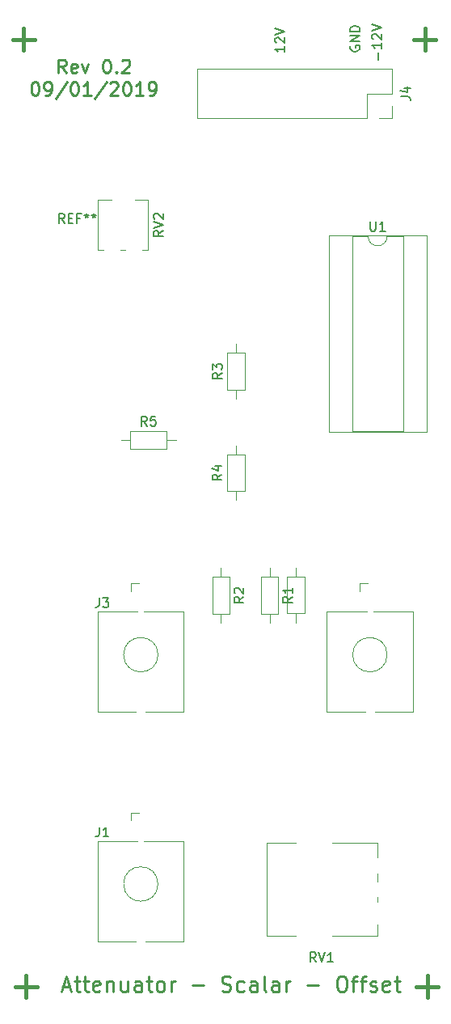
<source format=gbr>
G04 #@! TF.GenerationSoftware,KiCad,Pcbnew,(5.1.4-0)*
G04 #@! TF.CreationDate,2019-09-06T00:12:38-05:00*
G04 #@! TF.ProjectId,attenuverter,61747465-6e75-4766-9572-7465722e6b69,rev?*
G04 #@! TF.SameCoordinates,Original*
G04 #@! TF.FileFunction,Legend,Top*
G04 #@! TF.FilePolarity,Positive*
%FSLAX46Y46*%
G04 Gerber Fmt 4.6, Leading zero omitted, Abs format (unit mm)*
G04 Created by KiCad (PCBNEW (5.1.4-0)) date 2019-09-06 00:12:38*
%MOMM*%
%LPD*%
G04 APERTURE LIST*
%ADD10C,0.450000*%
%ADD11C,0.250000*%
%ADD12C,0.150000*%
%ADD13C,0.120000*%
G04 APERTURE END LIST*
D10*
X98603142Y-51087285D02*
X100888857Y-51087285D01*
X99746000Y-52230142D02*
X99746000Y-49944428D01*
D11*
X104161000Y-54576333D02*
X103694333Y-53909666D01*
X103361000Y-54576333D02*
X103361000Y-53176333D01*
X103894333Y-53176333D01*
X104027666Y-53243000D01*
X104094333Y-53309666D01*
X104161000Y-53443000D01*
X104161000Y-53643000D01*
X104094333Y-53776333D01*
X104027666Y-53843000D01*
X103894333Y-53909666D01*
X103361000Y-53909666D01*
X105294333Y-54509666D02*
X105161000Y-54576333D01*
X104894333Y-54576333D01*
X104761000Y-54509666D01*
X104694333Y-54376333D01*
X104694333Y-53843000D01*
X104761000Y-53709666D01*
X104894333Y-53643000D01*
X105161000Y-53643000D01*
X105294333Y-53709666D01*
X105361000Y-53843000D01*
X105361000Y-53976333D01*
X104694333Y-54109666D01*
X105827666Y-53643000D02*
X106161000Y-54576333D01*
X106494333Y-53643000D01*
X108361000Y-53176333D02*
X108494333Y-53176333D01*
X108627666Y-53243000D01*
X108694333Y-53309666D01*
X108761000Y-53443000D01*
X108827666Y-53709666D01*
X108827666Y-54043000D01*
X108761000Y-54309666D01*
X108694333Y-54443000D01*
X108627666Y-54509666D01*
X108494333Y-54576333D01*
X108361000Y-54576333D01*
X108227666Y-54509666D01*
X108161000Y-54443000D01*
X108094333Y-54309666D01*
X108027666Y-54043000D01*
X108027666Y-53709666D01*
X108094333Y-53443000D01*
X108161000Y-53309666D01*
X108227666Y-53243000D01*
X108361000Y-53176333D01*
X109427666Y-54443000D02*
X109494333Y-54509666D01*
X109427666Y-54576333D01*
X109361000Y-54509666D01*
X109427666Y-54443000D01*
X109427666Y-54576333D01*
X110027666Y-53309666D02*
X110094333Y-53243000D01*
X110227666Y-53176333D01*
X110561000Y-53176333D01*
X110694333Y-53243000D01*
X110761000Y-53309666D01*
X110827666Y-53443000D01*
X110827666Y-53576333D01*
X110761000Y-53776333D01*
X109961000Y-54576333D01*
X110827666Y-54576333D01*
X100861000Y-55526333D02*
X100994333Y-55526333D01*
X101127666Y-55593000D01*
X101194333Y-55659666D01*
X101261000Y-55793000D01*
X101327666Y-56059666D01*
X101327666Y-56393000D01*
X101261000Y-56659666D01*
X101194333Y-56793000D01*
X101127666Y-56859666D01*
X100994333Y-56926333D01*
X100861000Y-56926333D01*
X100727666Y-56859666D01*
X100661000Y-56793000D01*
X100594333Y-56659666D01*
X100527666Y-56393000D01*
X100527666Y-56059666D01*
X100594333Y-55793000D01*
X100661000Y-55659666D01*
X100727666Y-55593000D01*
X100861000Y-55526333D01*
X101994333Y-56926333D02*
X102261000Y-56926333D01*
X102394333Y-56859666D01*
X102461000Y-56793000D01*
X102594333Y-56593000D01*
X102661000Y-56326333D01*
X102661000Y-55793000D01*
X102594333Y-55659666D01*
X102527666Y-55593000D01*
X102394333Y-55526333D01*
X102127666Y-55526333D01*
X101994333Y-55593000D01*
X101927666Y-55659666D01*
X101861000Y-55793000D01*
X101861000Y-56126333D01*
X101927666Y-56259666D01*
X101994333Y-56326333D01*
X102127666Y-56393000D01*
X102394333Y-56393000D01*
X102527666Y-56326333D01*
X102594333Y-56259666D01*
X102661000Y-56126333D01*
X104261000Y-55459666D02*
X103061000Y-57259666D01*
X104994333Y-55526333D02*
X105127666Y-55526333D01*
X105261000Y-55593000D01*
X105327666Y-55659666D01*
X105394333Y-55793000D01*
X105461000Y-56059666D01*
X105461000Y-56393000D01*
X105394333Y-56659666D01*
X105327666Y-56793000D01*
X105261000Y-56859666D01*
X105127666Y-56926333D01*
X104994333Y-56926333D01*
X104861000Y-56859666D01*
X104794333Y-56793000D01*
X104727666Y-56659666D01*
X104661000Y-56393000D01*
X104661000Y-56059666D01*
X104727666Y-55793000D01*
X104794333Y-55659666D01*
X104861000Y-55593000D01*
X104994333Y-55526333D01*
X106794333Y-56926333D02*
X105994333Y-56926333D01*
X106394333Y-56926333D02*
X106394333Y-55526333D01*
X106261000Y-55726333D01*
X106127666Y-55859666D01*
X105994333Y-55926333D01*
X108394333Y-55459666D02*
X107194333Y-57259666D01*
X108794333Y-55659666D02*
X108861000Y-55593000D01*
X108994333Y-55526333D01*
X109327666Y-55526333D01*
X109461000Y-55593000D01*
X109527666Y-55659666D01*
X109594333Y-55793000D01*
X109594333Y-55926333D01*
X109527666Y-56126333D01*
X108727666Y-56926333D01*
X109594333Y-56926333D01*
X110461000Y-55526333D02*
X110594333Y-55526333D01*
X110727666Y-55593000D01*
X110794333Y-55659666D01*
X110861000Y-55793000D01*
X110927666Y-56059666D01*
X110927666Y-56393000D01*
X110861000Y-56659666D01*
X110794333Y-56793000D01*
X110727666Y-56859666D01*
X110594333Y-56926333D01*
X110461000Y-56926333D01*
X110327666Y-56859666D01*
X110261000Y-56793000D01*
X110194333Y-56659666D01*
X110127666Y-56393000D01*
X110127666Y-56059666D01*
X110194333Y-55793000D01*
X110261000Y-55659666D01*
X110327666Y-55593000D01*
X110461000Y-55526333D01*
X112261000Y-56926333D02*
X111461000Y-56926333D01*
X111861000Y-56926333D02*
X111861000Y-55526333D01*
X111727666Y-55726333D01*
X111594333Y-55859666D01*
X111461000Y-55926333D01*
X112927666Y-56926333D02*
X113194333Y-56926333D01*
X113327666Y-56859666D01*
X113394333Y-56793000D01*
X113527666Y-56593000D01*
X113594333Y-56326333D01*
X113594333Y-55793000D01*
X113527666Y-55659666D01*
X113461000Y-55593000D01*
X113327666Y-55526333D01*
X113061000Y-55526333D01*
X112927666Y-55593000D01*
X112861000Y-55659666D01*
X112794333Y-55793000D01*
X112794333Y-56126333D01*
X112861000Y-56259666D01*
X112927666Y-56326333D01*
X113061000Y-56393000D01*
X113327666Y-56393000D01*
X113461000Y-56326333D01*
X113527666Y-56259666D01*
X113594333Y-56126333D01*
D12*
X136850428Y-53196904D02*
X136850428Y-52435000D01*
X137231380Y-51435000D02*
X137231380Y-52006428D01*
X137231380Y-51720714D02*
X136231380Y-51720714D01*
X136374238Y-51815952D01*
X136469476Y-51911190D01*
X136517095Y-52006428D01*
X136326619Y-51054047D02*
X136279000Y-51006428D01*
X136231380Y-50911190D01*
X136231380Y-50673095D01*
X136279000Y-50577857D01*
X136326619Y-50530238D01*
X136421857Y-50482619D01*
X136517095Y-50482619D01*
X136659952Y-50530238D01*
X137231380Y-51101666D01*
X137231380Y-50482619D01*
X136231380Y-50196904D02*
X137231380Y-49863571D01*
X136231380Y-49530238D01*
X133992000Y-51761904D02*
X133944380Y-51857142D01*
X133944380Y-52000000D01*
X133992000Y-52142857D01*
X134087238Y-52238095D01*
X134182476Y-52285714D01*
X134372952Y-52333333D01*
X134515809Y-52333333D01*
X134706285Y-52285714D01*
X134801523Y-52238095D01*
X134896761Y-52142857D01*
X134944380Y-52000000D01*
X134944380Y-51904761D01*
X134896761Y-51761904D01*
X134849142Y-51714285D01*
X134515809Y-51714285D01*
X134515809Y-51904761D01*
X134944380Y-51285714D02*
X133944380Y-51285714D01*
X134944380Y-50714285D01*
X133944380Y-50714285D01*
X134944380Y-50238095D02*
X133944380Y-50238095D01*
X133944380Y-50000000D01*
X133992000Y-49857142D01*
X134087238Y-49761904D01*
X134182476Y-49714285D01*
X134372952Y-49666666D01*
X134515809Y-49666666D01*
X134706285Y-49714285D01*
X134801523Y-49761904D01*
X134896761Y-49857142D01*
X134944380Y-50000000D01*
X134944380Y-50238095D01*
X127071380Y-51800095D02*
X127071380Y-52371523D01*
X127071380Y-52085809D02*
X126071380Y-52085809D01*
X126214238Y-52181047D01*
X126309476Y-52276285D01*
X126357095Y-52371523D01*
X126166619Y-51419142D02*
X126119000Y-51371523D01*
X126071380Y-51276285D01*
X126071380Y-51038190D01*
X126119000Y-50942952D01*
X126166619Y-50895333D01*
X126261857Y-50847714D01*
X126357095Y-50847714D01*
X126499952Y-50895333D01*
X127071380Y-51466761D01*
X127071380Y-50847714D01*
X126071380Y-50562000D02*
X127071380Y-50228666D01*
X126071380Y-49895333D01*
D10*
X140603142Y-51087285D02*
X142888857Y-51087285D01*
X141746000Y-52230142D02*
X141746000Y-49944428D01*
X98857142Y-150214285D02*
X101142857Y-150214285D01*
X100000000Y-151357142D02*
X100000000Y-149071428D01*
X140857142Y-150214285D02*
X143142857Y-150214285D01*
X142000000Y-151357142D02*
X142000000Y-149071428D01*
D11*
X103812000Y-150253666D02*
X104573904Y-150253666D01*
X103659619Y-150710809D02*
X104192952Y-149110809D01*
X104726285Y-150710809D01*
X105031047Y-149644142D02*
X105640571Y-149644142D01*
X105259619Y-149110809D02*
X105259619Y-150482238D01*
X105335809Y-150634619D01*
X105488190Y-150710809D01*
X105640571Y-150710809D01*
X105945333Y-149644142D02*
X106554857Y-149644142D01*
X106173904Y-149110809D02*
X106173904Y-150482238D01*
X106250095Y-150634619D01*
X106402476Y-150710809D01*
X106554857Y-150710809D01*
X107697714Y-150634619D02*
X107545333Y-150710809D01*
X107240571Y-150710809D01*
X107088190Y-150634619D01*
X107012000Y-150482238D01*
X107012000Y-149872714D01*
X107088190Y-149720333D01*
X107240571Y-149644142D01*
X107545333Y-149644142D01*
X107697714Y-149720333D01*
X107773904Y-149872714D01*
X107773904Y-150025095D01*
X107012000Y-150177476D01*
X108459619Y-149644142D02*
X108459619Y-150710809D01*
X108459619Y-149796523D02*
X108535809Y-149720333D01*
X108688190Y-149644142D01*
X108916761Y-149644142D01*
X109069142Y-149720333D01*
X109145333Y-149872714D01*
X109145333Y-150710809D01*
X110592952Y-149644142D02*
X110592952Y-150710809D01*
X109907238Y-149644142D02*
X109907238Y-150482238D01*
X109983428Y-150634619D01*
X110135809Y-150710809D01*
X110364380Y-150710809D01*
X110516761Y-150634619D01*
X110592952Y-150558428D01*
X112040571Y-150710809D02*
X112040571Y-149872714D01*
X111964380Y-149720333D01*
X111812000Y-149644142D01*
X111507238Y-149644142D01*
X111354857Y-149720333D01*
X112040571Y-150634619D02*
X111888190Y-150710809D01*
X111507238Y-150710809D01*
X111354857Y-150634619D01*
X111278666Y-150482238D01*
X111278666Y-150329857D01*
X111354857Y-150177476D01*
X111507238Y-150101285D01*
X111888190Y-150101285D01*
X112040571Y-150025095D01*
X112573904Y-149644142D02*
X113183428Y-149644142D01*
X112802476Y-149110809D02*
X112802476Y-150482238D01*
X112878666Y-150634619D01*
X113031047Y-150710809D01*
X113183428Y-150710809D01*
X113945333Y-150710809D02*
X113792952Y-150634619D01*
X113716761Y-150558428D01*
X113640571Y-150406047D01*
X113640571Y-149948904D01*
X113716761Y-149796523D01*
X113792952Y-149720333D01*
X113945333Y-149644142D01*
X114173904Y-149644142D01*
X114326285Y-149720333D01*
X114402476Y-149796523D01*
X114478666Y-149948904D01*
X114478666Y-150406047D01*
X114402476Y-150558428D01*
X114326285Y-150634619D01*
X114173904Y-150710809D01*
X113945333Y-150710809D01*
X115164380Y-150710809D02*
X115164380Y-149644142D01*
X115164380Y-149948904D02*
X115240571Y-149796523D01*
X115316761Y-149720333D01*
X115469142Y-149644142D01*
X115621523Y-149644142D01*
X117373904Y-150101285D02*
X118592952Y-150101285D01*
X120497714Y-150634619D02*
X120726285Y-150710809D01*
X121107238Y-150710809D01*
X121259619Y-150634619D01*
X121335809Y-150558428D01*
X121412000Y-150406047D01*
X121412000Y-150253666D01*
X121335809Y-150101285D01*
X121259619Y-150025095D01*
X121107238Y-149948904D01*
X120802476Y-149872714D01*
X120650095Y-149796523D01*
X120573904Y-149720333D01*
X120497714Y-149567952D01*
X120497714Y-149415571D01*
X120573904Y-149263190D01*
X120650095Y-149187000D01*
X120802476Y-149110809D01*
X121183428Y-149110809D01*
X121412000Y-149187000D01*
X122783428Y-150634619D02*
X122631047Y-150710809D01*
X122326285Y-150710809D01*
X122173904Y-150634619D01*
X122097714Y-150558428D01*
X122021523Y-150406047D01*
X122021523Y-149948904D01*
X122097714Y-149796523D01*
X122173904Y-149720333D01*
X122326285Y-149644142D01*
X122631047Y-149644142D01*
X122783428Y-149720333D01*
X124154857Y-150710809D02*
X124154857Y-149872714D01*
X124078666Y-149720333D01*
X123926285Y-149644142D01*
X123621523Y-149644142D01*
X123469142Y-149720333D01*
X124154857Y-150634619D02*
X124002476Y-150710809D01*
X123621523Y-150710809D01*
X123469142Y-150634619D01*
X123392952Y-150482238D01*
X123392952Y-150329857D01*
X123469142Y-150177476D01*
X123621523Y-150101285D01*
X124002476Y-150101285D01*
X124154857Y-150025095D01*
X125145333Y-150710809D02*
X124992952Y-150634619D01*
X124916761Y-150482238D01*
X124916761Y-149110809D01*
X126440571Y-150710809D02*
X126440571Y-149872714D01*
X126364380Y-149720333D01*
X126212000Y-149644142D01*
X125907238Y-149644142D01*
X125754857Y-149720333D01*
X126440571Y-150634619D02*
X126288190Y-150710809D01*
X125907238Y-150710809D01*
X125754857Y-150634619D01*
X125678666Y-150482238D01*
X125678666Y-150329857D01*
X125754857Y-150177476D01*
X125907238Y-150101285D01*
X126288190Y-150101285D01*
X126440571Y-150025095D01*
X127202476Y-150710809D02*
X127202476Y-149644142D01*
X127202476Y-149948904D02*
X127278666Y-149796523D01*
X127354857Y-149720333D01*
X127507238Y-149644142D01*
X127659619Y-149644142D01*
X129412000Y-150101285D02*
X130631047Y-150101285D01*
X132916761Y-149110809D02*
X133221523Y-149110809D01*
X133373904Y-149187000D01*
X133526285Y-149339380D01*
X133602476Y-149644142D01*
X133602476Y-150177476D01*
X133526285Y-150482238D01*
X133373904Y-150634619D01*
X133221523Y-150710809D01*
X132916761Y-150710809D01*
X132764380Y-150634619D01*
X132612000Y-150482238D01*
X132535809Y-150177476D01*
X132535809Y-149644142D01*
X132612000Y-149339380D01*
X132764380Y-149187000D01*
X132916761Y-149110809D01*
X134059619Y-149644142D02*
X134669142Y-149644142D01*
X134288190Y-150710809D02*
X134288190Y-149339380D01*
X134364380Y-149187000D01*
X134516761Y-149110809D01*
X134669142Y-149110809D01*
X134973904Y-149644142D02*
X135583428Y-149644142D01*
X135202476Y-150710809D02*
X135202476Y-149339380D01*
X135278666Y-149187000D01*
X135431047Y-149110809D01*
X135583428Y-149110809D01*
X136040571Y-150634619D02*
X136192952Y-150710809D01*
X136497714Y-150710809D01*
X136650095Y-150634619D01*
X136726285Y-150482238D01*
X136726285Y-150406047D01*
X136650095Y-150253666D01*
X136497714Y-150177476D01*
X136269142Y-150177476D01*
X136116761Y-150101285D01*
X136040571Y-149948904D01*
X136040571Y-149872714D01*
X136116761Y-149720333D01*
X136269142Y-149644142D01*
X136497714Y-149644142D01*
X136650095Y-149720333D01*
X138021523Y-150634619D02*
X137869142Y-150710809D01*
X137564380Y-150710809D01*
X137412000Y-150634619D01*
X137335809Y-150482238D01*
X137335809Y-149872714D01*
X137412000Y-149720333D01*
X137564380Y-149644142D01*
X137869142Y-149644142D01*
X138021523Y-149720333D01*
X138097714Y-149872714D01*
X138097714Y-150025095D01*
X137335809Y-150177476D01*
X138554857Y-149644142D02*
X139164380Y-149644142D01*
X138783428Y-149110809D02*
X138783428Y-150482238D01*
X138859619Y-150634619D01*
X139012000Y-150710809D01*
X139164380Y-150710809D01*
D13*
X125180000Y-135180000D02*
X125180000Y-144920000D01*
X136770000Y-135180000D02*
X136770000Y-136670000D01*
X128240000Y-135180000D02*
X125180000Y-135180000D01*
X136770000Y-144930000D02*
X132050000Y-144930000D01*
X128240000Y-144920000D02*
X125180000Y-144920000D01*
X136770000Y-135180000D02*
X132050000Y-135180000D01*
X136770000Y-143740000D02*
X136770000Y-144920000D01*
X136770000Y-140840000D02*
X136770000Y-141370000D01*
X136770000Y-138390000D02*
X136770000Y-139220000D01*
X138330000Y-58000000D02*
X138330000Y-59330000D01*
X138330000Y-59330000D02*
X137000000Y-59330000D01*
X138330000Y-56730000D02*
X135730000Y-56730000D01*
X135730000Y-56730000D02*
X135730000Y-59330000D01*
X135730000Y-59330000D02*
X117890000Y-59330000D01*
X117890000Y-54130000D02*
X117890000Y-59330000D01*
X138330000Y-54130000D02*
X117890000Y-54130000D01*
X138330000Y-54130000D02*
X138330000Y-56730000D01*
X110940000Y-132000000D02*
X111800000Y-132000000D01*
X110940000Y-132000000D02*
X110940000Y-132800000D01*
X113800000Y-139480000D02*
G75*
G03X113800000Y-139480000I-1800000J0D01*
G01*
X111650000Y-134980000D02*
X107500000Y-134980000D01*
X116500000Y-134980000D02*
X112350000Y-134980000D01*
X111500000Y-145480000D02*
X107500000Y-145480000D01*
X116500000Y-145480000D02*
X112500000Y-145480000D01*
X116500000Y-134980000D02*
X116500000Y-145480000D01*
X107500000Y-134980000D02*
X107500000Y-145480000D01*
X131500000Y-110980000D02*
X131500000Y-121480000D01*
X140500000Y-110980000D02*
X140500000Y-121480000D01*
X140500000Y-121480000D02*
X136500000Y-121480000D01*
X135500000Y-121480000D02*
X131500000Y-121480000D01*
X140500000Y-110980000D02*
X136350000Y-110980000D01*
X135650000Y-110980000D02*
X131500000Y-110980000D01*
X137800000Y-115480000D02*
G75*
G03X137800000Y-115480000I-1800000J0D01*
G01*
X134940000Y-108000000D02*
X134940000Y-108800000D01*
X134940000Y-108000000D02*
X135800000Y-108000000D01*
X107500000Y-110980000D02*
X107500000Y-121480000D01*
X116500000Y-110980000D02*
X116500000Y-121480000D01*
X116500000Y-121480000D02*
X112500000Y-121480000D01*
X111500000Y-121480000D02*
X107500000Y-121480000D01*
X116500000Y-110980000D02*
X112350000Y-110980000D01*
X111650000Y-110980000D02*
X107500000Y-110980000D01*
X113800000Y-115480000D02*
G75*
G03X113800000Y-115480000I-1800000J0D01*
G01*
X110940000Y-108000000D02*
X110940000Y-108800000D01*
X110940000Y-108000000D02*
X111800000Y-108000000D01*
X125500000Y-112130000D02*
X125500000Y-111180000D01*
X125500000Y-106390000D02*
X125500000Y-107340000D01*
X126420000Y-111180000D02*
X126420000Y-107340000D01*
X124580000Y-111180000D02*
X126420000Y-111180000D01*
X124580000Y-107340000D02*
X124580000Y-111180000D01*
X126420000Y-107340000D02*
X124580000Y-107340000D01*
X121320000Y-107340000D02*
X119480000Y-107340000D01*
X119480000Y-107340000D02*
X119480000Y-111180000D01*
X119480000Y-111180000D02*
X121320000Y-111180000D01*
X121320000Y-111180000D02*
X121320000Y-107340000D01*
X120400000Y-106390000D02*
X120400000Y-107340000D01*
X120400000Y-112130000D02*
X120400000Y-111180000D01*
X121080000Y-87730000D02*
X122920000Y-87730000D01*
X122920000Y-87730000D02*
X122920000Y-83890000D01*
X122920000Y-83890000D02*
X121080000Y-83890000D01*
X121080000Y-83890000D02*
X121080000Y-87730000D01*
X122000000Y-88680000D02*
X122000000Y-87730000D01*
X122000000Y-82940000D02*
X122000000Y-83890000D01*
X121950000Y-93570000D02*
X121950000Y-94520000D01*
X121950000Y-99310000D02*
X121950000Y-98360000D01*
X121030000Y-94520000D02*
X121030000Y-98360000D01*
X122870000Y-94520000D02*
X121030000Y-94520000D01*
X122870000Y-98360000D02*
X122870000Y-94520000D01*
X121030000Y-98360000D02*
X122870000Y-98360000D01*
X115680000Y-93000000D02*
X114730000Y-93000000D01*
X109940000Y-93000000D02*
X110890000Y-93000000D01*
X114730000Y-92080000D02*
X110890000Y-92080000D01*
X114730000Y-93920000D02*
X114730000Y-92080000D01*
X110890000Y-93920000D02*
X114730000Y-93920000D01*
X110890000Y-92080000D02*
X110890000Y-93920000D01*
X127330000Y-111160000D02*
X129170000Y-111160000D01*
X129170000Y-111160000D02*
X129170000Y-107320000D01*
X129170000Y-107320000D02*
X127330000Y-107320000D01*
X127330000Y-107320000D02*
X127330000Y-111160000D01*
X128250000Y-112110000D02*
X128250000Y-111160000D01*
X128250000Y-106370000D02*
X128250000Y-107320000D01*
X112770000Y-67880000D02*
X112770000Y-73120000D01*
X107530000Y-67880000D02*
X107530000Y-73120000D01*
X112770000Y-67880000D02*
X111390000Y-67880000D01*
X108910000Y-67880000D02*
X107530000Y-67880000D01*
X112770000Y-73120000D02*
X112189000Y-73120000D01*
X110410000Y-73120000D02*
X109890000Y-73120000D01*
X108110000Y-73120000D02*
X107530000Y-73120000D01*
X137810000Y-71670000D02*
G75*
G02X135810000Y-71670000I-1000000J0D01*
G01*
X135810000Y-71670000D02*
X134160000Y-71670000D01*
X134160000Y-71670000D02*
X134160000Y-92110000D01*
X134160000Y-92110000D02*
X139460000Y-92110000D01*
X139460000Y-92110000D02*
X139460000Y-71670000D01*
X139460000Y-71670000D02*
X137810000Y-71670000D01*
X131670000Y-71610000D02*
X131670000Y-92170000D01*
X131670000Y-92170000D02*
X141950000Y-92170000D01*
X141950000Y-92170000D02*
X141950000Y-71610000D01*
X141950000Y-71610000D02*
X131670000Y-71610000D01*
D12*
X104000466Y-70302380D02*
X103667133Y-69826190D01*
X103429038Y-70302380D02*
X103429038Y-69302380D01*
X103809990Y-69302380D01*
X103905228Y-69350000D01*
X103952847Y-69397619D01*
X104000466Y-69492857D01*
X104000466Y-69635714D01*
X103952847Y-69730952D01*
X103905228Y-69778571D01*
X103809990Y-69826190D01*
X103429038Y-69826190D01*
X104429038Y-69778571D02*
X104762371Y-69778571D01*
X104905228Y-70302380D02*
X104429038Y-70302380D01*
X104429038Y-69302380D01*
X104905228Y-69302380D01*
X105667133Y-69778571D02*
X105333800Y-69778571D01*
X105333800Y-70302380D02*
X105333800Y-69302380D01*
X105809990Y-69302380D01*
X106333800Y-69302380D02*
X106333800Y-69540476D01*
X106095704Y-69445238D02*
X106333800Y-69540476D01*
X106571895Y-69445238D01*
X106190942Y-69730952D02*
X106333800Y-69540476D01*
X106476657Y-69730952D01*
X107095704Y-69302380D02*
X107095704Y-69540476D01*
X106857609Y-69445238D02*
X107095704Y-69540476D01*
X107333800Y-69445238D01*
X106952847Y-69730952D02*
X107095704Y-69540476D01*
X107238561Y-69730952D01*
X130344761Y-147642380D02*
X130011428Y-147166190D01*
X129773333Y-147642380D02*
X129773333Y-146642380D01*
X130154285Y-146642380D01*
X130249523Y-146690000D01*
X130297142Y-146737619D01*
X130344761Y-146832857D01*
X130344761Y-146975714D01*
X130297142Y-147070952D01*
X130249523Y-147118571D01*
X130154285Y-147166190D01*
X129773333Y-147166190D01*
X130630476Y-146642380D02*
X130963809Y-147642380D01*
X131297142Y-146642380D01*
X132154285Y-147642380D02*
X131582857Y-147642380D01*
X131868571Y-147642380D02*
X131868571Y-146642380D01*
X131773333Y-146785238D01*
X131678095Y-146880476D01*
X131582857Y-146928095D01*
X139222380Y-57063333D02*
X139936666Y-57063333D01*
X140079523Y-57110952D01*
X140174761Y-57206190D01*
X140222380Y-57349047D01*
X140222380Y-57444285D01*
X139555714Y-56158571D02*
X140222380Y-56158571D01*
X139174761Y-56396666D02*
X139889047Y-56634761D01*
X139889047Y-56015714D01*
X107636666Y-133532380D02*
X107636666Y-134246666D01*
X107589047Y-134389523D01*
X107493809Y-134484761D01*
X107350952Y-134532380D01*
X107255714Y-134532380D01*
X108636666Y-134532380D02*
X108065238Y-134532380D01*
X108350952Y-134532380D02*
X108350952Y-133532380D01*
X108255714Y-133675238D01*
X108160476Y-133770476D01*
X108065238Y-133818095D01*
X107636666Y-109532380D02*
X107636666Y-110246666D01*
X107589047Y-110389523D01*
X107493809Y-110484761D01*
X107350952Y-110532380D01*
X107255714Y-110532380D01*
X108017619Y-109532380D02*
X108636666Y-109532380D01*
X108303333Y-109913333D01*
X108446190Y-109913333D01*
X108541428Y-109960952D01*
X108589047Y-110008571D01*
X108636666Y-110103809D01*
X108636666Y-110341904D01*
X108589047Y-110437142D01*
X108541428Y-110484761D01*
X108446190Y-110532380D01*
X108160476Y-110532380D01*
X108065238Y-110484761D01*
X108017619Y-110437142D01*
X127872380Y-109426666D02*
X127396190Y-109760000D01*
X127872380Y-109998095D02*
X126872380Y-109998095D01*
X126872380Y-109617142D01*
X126920000Y-109521904D01*
X126967619Y-109474285D01*
X127062857Y-109426666D01*
X127205714Y-109426666D01*
X127300952Y-109474285D01*
X127348571Y-109521904D01*
X127396190Y-109617142D01*
X127396190Y-109998095D01*
X127872380Y-108474285D02*
X127872380Y-109045714D01*
X127872380Y-108760000D02*
X126872380Y-108760000D01*
X127015238Y-108855238D01*
X127110476Y-108950476D01*
X127158095Y-109045714D01*
X122772380Y-109426666D02*
X122296190Y-109760000D01*
X122772380Y-109998095D02*
X121772380Y-109998095D01*
X121772380Y-109617142D01*
X121820000Y-109521904D01*
X121867619Y-109474285D01*
X121962857Y-109426666D01*
X122105714Y-109426666D01*
X122200952Y-109474285D01*
X122248571Y-109521904D01*
X122296190Y-109617142D01*
X122296190Y-109998095D01*
X121867619Y-109045714D02*
X121820000Y-108998095D01*
X121772380Y-108902857D01*
X121772380Y-108664761D01*
X121820000Y-108569523D01*
X121867619Y-108521904D01*
X121962857Y-108474285D01*
X122058095Y-108474285D01*
X122200952Y-108521904D01*
X122772380Y-109093333D01*
X122772380Y-108474285D01*
X120532380Y-85976666D02*
X120056190Y-86310000D01*
X120532380Y-86548095D02*
X119532380Y-86548095D01*
X119532380Y-86167142D01*
X119580000Y-86071904D01*
X119627619Y-86024285D01*
X119722857Y-85976666D01*
X119865714Y-85976666D01*
X119960952Y-86024285D01*
X120008571Y-86071904D01*
X120056190Y-86167142D01*
X120056190Y-86548095D01*
X119532380Y-85643333D02*
X119532380Y-85024285D01*
X119913333Y-85357619D01*
X119913333Y-85214761D01*
X119960952Y-85119523D01*
X120008571Y-85071904D01*
X120103809Y-85024285D01*
X120341904Y-85024285D01*
X120437142Y-85071904D01*
X120484761Y-85119523D01*
X120532380Y-85214761D01*
X120532380Y-85500476D01*
X120484761Y-85595714D01*
X120437142Y-85643333D01*
X120482380Y-96606666D02*
X120006190Y-96940000D01*
X120482380Y-97178095D02*
X119482380Y-97178095D01*
X119482380Y-96797142D01*
X119530000Y-96701904D01*
X119577619Y-96654285D01*
X119672857Y-96606666D01*
X119815714Y-96606666D01*
X119910952Y-96654285D01*
X119958571Y-96701904D01*
X120006190Y-96797142D01*
X120006190Y-97178095D01*
X119815714Y-95749523D02*
X120482380Y-95749523D01*
X119434761Y-95987619D02*
X120149047Y-96225714D01*
X120149047Y-95606666D01*
X112643333Y-91532380D02*
X112310000Y-91056190D01*
X112071904Y-91532380D02*
X112071904Y-90532380D01*
X112452857Y-90532380D01*
X112548095Y-90580000D01*
X112595714Y-90627619D01*
X112643333Y-90722857D01*
X112643333Y-90865714D01*
X112595714Y-90960952D01*
X112548095Y-91008571D01*
X112452857Y-91056190D01*
X112071904Y-91056190D01*
X113548095Y-90532380D02*
X113071904Y-90532380D01*
X113024285Y-91008571D01*
X113071904Y-90960952D01*
X113167142Y-90913333D01*
X113405238Y-90913333D01*
X113500476Y-90960952D01*
X113548095Y-91008571D01*
X113595714Y-91103809D01*
X113595714Y-91341904D01*
X113548095Y-91437142D01*
X113500476Y-91484761D01*
X113405238Y-91532380D01*
X113167142Y-91532380D01*
X113071904Y-91484761D01*
X113024285Y-91437142D01*
X114352380Y-71095238D02*
X113876190Y-71428571D01*
X114352380Y-71666666D02*
X113352380Y-71666666D01*
X113352380Y-71285714D01*
X113400000Y-71190476D01*
X113447619Y-71142857D01*
X113542857Y-71095238D01*
X113685714Y-71095238D01*
X113780952Y-71142857D01*
X113828571Y-71190476D01*
X113876190Y-71285714D01*
X113876190Y-71666666D01*
X113352380Y-70809523D02*
X114352380Y-70476190D01*
X113352380Y-70142857D01*
X113447619Y-69857142D02*
X113400000Y-69809523D01*
X113352380Y-69714285D01*
X113352380Y-69476190D01*
X113400000Y-69380952D01*
X113447619Y-69333333D01*
X113542857Y-69285714D01*
X113638095Y-69285714D01*
X113780952Y-69333333D01*
X114352380Y-69904761D01*
X114352380Y-69285714D01*
X136048095Y-70122380D02*
X136048095Y-70931904D01*
X136095714Y-71027142D01*
X136143333Y-71074761D01*
X136238571Y-71122380D01*
X136429047Y-71122380D01*
X136524285Y-71074761D01*
X136571904Y-71027142D01*
X136619523Y-70931904D01*
X136619523Y-70122380D01*
X137619523Y-71122380D02*
X137048095Y-71122380D01*
X137333809Y-71122380D02*
X137333809Y-70122380D01*
X137238571Y-70265238D01*
X137143333Y-70360476D01*
X137048095Y-70408095D01*
M02*

</source>
